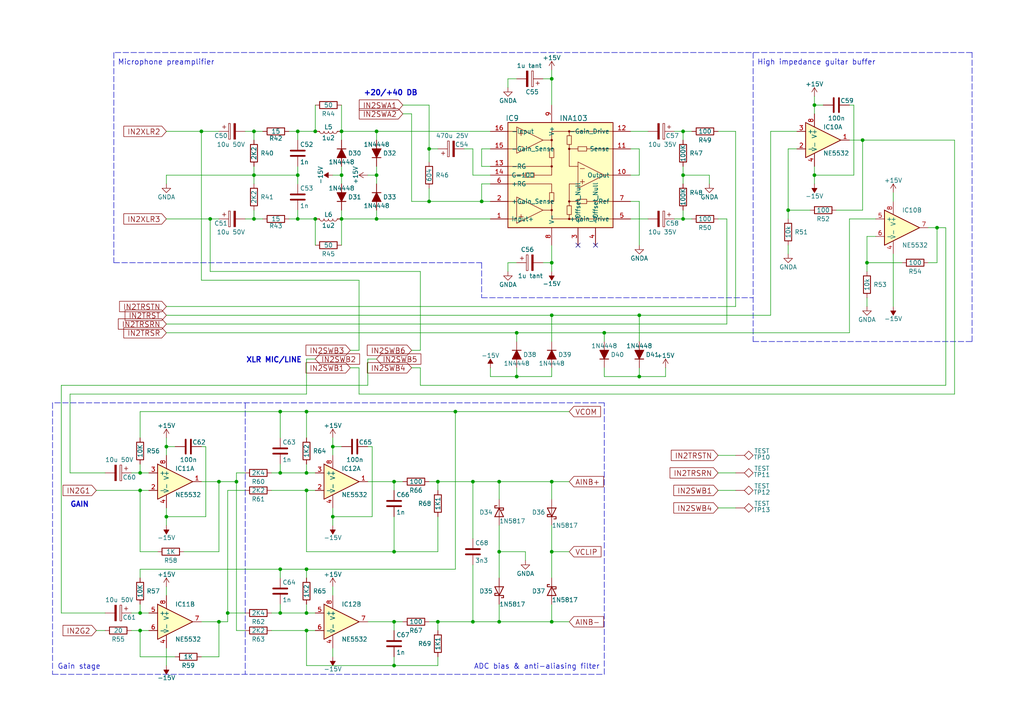
<source format=kicad_sch>
(kicad_sch (version 20211123) (generator eeschema)
  (paper "A4")
  (title_block (title "Pédale Vite v2 — Audio interface") (date "2019-10-28") (company "Laurent DE SORAS"))
  (lib_symbols
    (symbol "Device:C" (pin_numbers hide) (pin_names (offset 0.254))
      (property "Reference" "C" (at 0.635 2.54 0))
      (property "Value" "C" (at 0.635 -2.54 0))
      (symbol "C_1_1"
        (pin passive line (at 0 3.81 270) (length 2.794) (name "~") (number "1"))
        (pin passive line (at 0 -3.81 90) (length 2.794) (name "~") (number "2"))
      )
    )
    (symbol "Device:CP" (pin_numbers hide) (pin_names (offset 0.254))
      (property "Reference" "C" (at 0.635 2.54 0))
      (property "Value" "Device_CP" (at 0.635 -2.54 0))
      (symbol "CP_1_1"
        (pin passive line (at 0 3.81 270) (length 2.794) (name "~") (number "1"))
        (pin passive line (at 0 -3.81 90) (length 2.794) (name "~") (number "2"))
      )
    )
    (symbol "Device:D_ALT" (pin_numbers hide) (pin_names (offset 1.016) hide)
      (property "Reference" "D" (at 0 2.54 0))
      (property "Value" "Device_D_ALT" (at 0 -2.54 0))
      (symbol "D_ALT_1_1"
        (pin passive line (at -3.81 0 0) (length 2.54) (name "K") (number "1"))
        (pin passive line (at 3.81 0 180) (length 2.54) (name "A") (number "2"))
      )
    )
    (symbol "Device:D_Schottky" (pin_numbers hide) (pin_names (offset 1.016) hide)
      (property "Reference" "D" (at 0 2.54 0))
      (property "Value" "D_Schottky" (at 0 -2.54 0))
      (symbol "D_Schottky_1_1"
        (pin passive line (at -3.81 0 0) (length 2.54) (name "K") (number "1"))
        (pin passive line (at 3.81 0 180) (length 2.54) (name "A") (number "2"))
      )
    )
    (symbol "Device:L" (pin_numbers hide) (pin_names (offset 1.016) hide)
      (property "Reference" "L" (at -1.27 0 90))
      (property "Value" "L" (at 1.905 0 90))
      (symbol "L_1_1"
        (pin passive line (at 0 3.81 270) (length 1.27) (name "1") (number "1"))
        (pin passive line (at 0 -3.81 90) (length 1.27) (name "2") (number "2"))
      )
    )
    (symbol "Device:R" (pin_numbers hide) (pin_names (offset 0))
      (property "Reference" "R" (at 2.032 0 90))
      (property "Value" "R" (at 0 0 90))
      (symbol "R_1_1"
        (pin passive line (at 0 3.81 270) (length 1.27) (name "~") (number "1"))
        (pin passive line (at 0 -3.81 90) (length 1.27) (name "~") (number "2"))
      )
    )
    (symbol "audio-board-rescue:TEST" (pin_numbers hide) (pin_names (offset 1.016) hide)
      (property "Reference" "TP" (at 0 7.62 0))
      (property "Value" "TEST" (at 0 6.35 0))
      (symbol "TEST_1_1"
        (pin passive line (at 0 0 90) (length 2.54) (name "~") (number "1"))
      )
    )
    (symbol "linear:NE5532"
      (property "Reference" "U" (at 0 5.08 0))
      (property "Value" "linear_NE5532" (at 0 -5.08 0))
      (symbol "NE5532_0_1"
        (pin power_in line (at -2.54 -7.62 90) (length 3.81) (name "V-") (number "4"))
        (pin power_in line (at -2.54 7.62 270) (length 3.81) (name "V+") (number "8"))
      )
      (symbol "NE5532_1_1"
        (pin output line (at 7.62 0 180) (length 2.54) (name "~") (number "1"))
        (pin input line (at -7.62 -2.54 0) (length 2.54) (name "-") (number "2"))
        (pin input line (at -7.62 2.54 0) (length 2.54) (name "+") (number "3"))
      )
      (symbol "NE5532_2_1"
        (pin input line (at -7.62 2.54 0) (length 2.54) (name "+") (number "5"))
        (pin input line (at -7.62 -2.54 0) (length 2.54) (name "-") (number "6"))
        (pin output line (at 7.62 0 180) (length 2.54) (name "~") (number "7"))
      )
    )
    (symbol "pedalevite:INA103" (pin_names (offset 1.016))
      (property "Reference" "IC" (at -13.97 16.51 0))
      (property "Value" "INA103" (at 3.81 16.51 0))
      (symbol "INA103_1_1"
        (pin input line (at -20.32 -12.7 0) (length 5.08) (name "Input+") (number "1"))
        (pin output line (at 20.32 0 180) (length 5.08) (name "Output") (number "10"))
        (pin input line (at 20.32 7.62 180) (length 5.08) (name "Sense") (number "11"))
        (pin output line (at 20.32 12.7 180) (length 5.08) (name "-Gain_Drive") (number "12"))
        (pin bidirectional line (at -20.32 2.54 0) (length 5.08) (name "-RG") (number "13"))
        (pin bidirectional line (at -20.32 0 0) (length 5.08) (name "G=100") (number "14"))
        (pin input line (at -20.32 7.62 0) (length 5.08) (name "-Gain_Sense") (number "15"))
        (pin input line (at -20.32 12.7 0) (length 5.08) (name "-Input") (number "16"))
        (pin input line (at -20.32 -7.62 0) (length 5.08) (name "+Gain_Sense") (number "2"))
        (pin input line (at 5.08 -20.32 90) (length 5.08) (name "+Offset_Null") (number "3"))
        (pin input line (at 10.16 -20.32 90) (length 5.08) (name "-Offset_Null") (number "4"))
        (pin output line (at 20.32 -12.7 180) (length 5.08) (name "+Gain_Drive") (number "5"))
        (pin bidirectional line (at -20.32 -2.54 0) (length 5.08) (name "+RG") (number "6"))
        (pin input line (at 20.32 -7.62 180) (length 5.08) (name "Ref") (number "7"))
        (pin power_in line (at -2.54 -20.32 90) (length 5.08) (name "V-") (number "8"))
        (pin power_in line (at -2.54 20.32 270) (length 5.08) (name "V+") (number "9"))
      )
    )
    (symbol "power:+15V" (power) (pin_names (offset 0))
      (property "Value" "+15V" (at 0 3.556 0))
      (symbol "+15V_1_1"
        (pin power_in line (at 0 0 90) (length 0) hide (name "+15V") (number "1"))
      )
    )
    (symbol "power:-15V" (power) (pin_names (offset 0))
      (property "Value" "-15V" (at 0 3.81 0))
      (symbol "-15V_0_0"
        (pin power_in line (at 0 0 90) (length 0) hide (name "-15V") (number "1"))
      )
    )
    (symbol "power:GNDA" (power) (pin_names (offset 0))
      (property "Value" "GNDA" (at 0 -3.81 0))
      (symbol "GNDA_1_1"
        (pin power_in line (at 0 0 270) (length 0) hide (name "GNDA") (number "1"))
      )
    )
  )
  (junction (at 81.28 137.16))
  (junction (at 88.9 177.8))
  (junction (at 124.46 43.18))
  (junction (at 66.04 177.8))
  (junction (at 88.9 142.24))
  (junction (at 63.5 139.7))
  (junction (at 114.3 180.34))
  (junction (at 96.52 149.86))
  (junction (at 73.66 63.5))
  (junction (at 114.3 193.04))
  (junction (at 236.22 50.8))
  (junction (at 236.22 30.48))
  (junction (at 139.7 58.42))
  (junction (at 127 180.34))
  (junction (at 81.28 119.38))
  (junction (at 99.06 63.5))
  (junction (at 88.9 137.16))
  (junction (at 160.02 160.02))
  (junction (at 96.52 129.54))
  (junction (at 88.9 119.38))
  (junction (at 198.12 38.1))
  (junction (at 137.16 180.34))
  (junction (at 91.44 38.1))
  (junction (at 250.19 40.64))
  (junction (at 81.28 165.1))
  (junction (at 109.22 63.5))
  (junction (at 160.02 22.86))
  (junction (at 198.12 63.5))
  (junction (at 99.06 50.8))
  (junction (at 91.44 63.5))
  (junction (at 228.6 60.96))
  (junction (at 86.36 50.8))
  (junction (at 48.26 129.54))
  (junction (at 124.46 58.42))
  (junction (at 144.78 180.34))
  (junction (at 99.06 38.1))
  (junction (at 88.9 182.88))
  (junction (at 144.78 160.02))
  (junction (at 160.02 91.44))
  (junction (at 73.66 38.1))
  (junction (at 86.36 38.1))
  (junction (at 185.42 91.44))
  (junction (at 175.26 96.52))
  (junction (at 40.64 177.8))
  (junction (at 86.36 63.5))
  (junction (at 144.78 139.7))
  (junction (at 132.08 119.38))
  (junction (at 68.58 139.7))
  (junction (at 40.64 142.24))
  (junction (at 185.42 109.22))
  (junction (at 81.28 177.8))
  (junction (at 198.12 50.8))
  (junction (at 109.22 38.1))
  (junction (at 160.02 139.7))
  (junction (at 60.96 63.5))
  (junction (at 114.3 139.7))
  (junction (at 58.42 38.1))
  (junction (at 149.86 96.52))
  (junction (at 114.3 160.02))
  (junction (at 127 139.7))
  (junction (at 88.9 165.1))
  (junction (at 137.16 139.7))
  (junction (at 48.26 149.86))
  (junction (at 160.02 180.34))
  (junction (at 63.5 180.34))
  (junction (at 160.02 76.2))
  (junction (at 40.64 137.16))
  (junction (at 73.66 50.8))
  (junction (at 109.22 50.8))
  (junction (at 271.78 66.04))
  (junction (at 149.86 109.22))
  (junction (at 251.46 76.2))
  (junction (at 40.64 182.88))
  (no_connect (at 167.64 71.12))
  (no_connect (at 172.72 71.12))
  (polyline (pts (xy 218.44 15.24) (xy 218.44 99.06)))
  (wire (pts (xy 205.74 50.8) (xy 205.74 53.34)))
  (wire (pts (xy 68.58 182.88) (xy 71.12 182.88)))
  (wire (pts (xy 58.42 81.28) (xy 104.14 81.28)))
  (wire (pts (xy 99.06 63.5) (xy 99.06 71.12)))
  (wire (pts (xy 104.14 106.68) (xy 104.14 114.3)))
  (wire (pts (xy 63.5 180.34) (xy 63.5 190.5)))
  (wire (pts (xy 81.28 119.38) (xy 88.9 119.38)))
  (wire (pts (xy 27.94 182.88) (xy 30.48 182.88)))
  (wire (pts (xy 124.46 43.18) (xy 124.46 46.99)))
  (wire (pts (xy 48.26 129.54) (xy 48.26 132.08)))
  (wire (pts (xy 58.42 139.7) (xy 63.5 139.7)))
  (wire (pts (xy 198.12 63.5) (xy 200.66 63.5)))
  (wire (pts (xy 58.42 38.1) (xy 63.5 38.1)))
  (wire (pts (xy 160.02 76.2) (xy 160.02 78.74)))
  (wire (pts (xy 66.04 177.8) (xy 66.04 180.34)))
  (wire (pts (xy 99.06 129.54) (xy 96.52 129.54)))
  (wire (pts (xy 50.8 190.5) (xy 40.64 190.5)))
  (polyline (pts (xy 175.26 116.84) (xy 15.24 116.84)))
  (wire (pts (xy 144.78 160.02) (xy 152.4 160.02)))
  (wire (pts (xy 96.52 170.18) (xy 96.52 172.72)))
  (wire (pts (xy 96.52 187.96) (xy 96.52 190.5)))
  (polyline (pts (xy 71.12 116.84) (xy 71.12 195.58)))
  (wire (pts (xy 104.14 114.3) (xy 276.86 114.3)))
  (wire (pts (xy 101.6 106.68) (xy 104.14 106.68)))
  (wire (pts (xy 185.42 43.18) (xy 185.42 50.8)))
  (wire (pts (xy 160.02 175.26) (xy 160.02 180.34)))
  (wire (pts (xy 121.92 101.6) (xy 119.38 101.6)))
  (wire (pts (xy 40.64 137.16) (xy 43.18 137.16)))
  (wire (pts (xy 81.28 177.8) (xy 88.9 177.8)))
  (wire (pts (xy 81.28 175.26) (xy 81.28 177.8)))
  (wire (pts (xy 99.06 50.8) (xy 96.52 50.8)))
  (wire (pts (xy 86.36 38.1) (xy 86.36 40.64)))
  (wire (pts (xy 40.64 142.24) (xy 40.64 160.02)))
  (wire (pts (xy 78.74 177.8) (xy 81.28 177.8)))
  (wire (pts (xy 114.3 182.88) (xy 114.3 180.34)))
  (wire (pts (xy 142.24 109.22) (xy 149.86 109.22)))
  (wire (pts (xy 144.78 152.4) (xy 144.78 160.02)))
  (wire (pts (xy 160.02 139.7) (xy 165.1 139.7)))
  (wire (pts (xy 73.66 40.64) (xy 73.66 38.1)))
  (wire (pts (xy 88.9 177.8) (xy 91.44 177.8)))
  (polyline (pts (xy 15.24 116.84) (xy 15.24 195.58)))
  (wire (pts (xy 247.65 30.48) (xy 247.65 50.8)))
  (wire (pts (xy 251.46 88.9) (xy 251.46 86.36)))
  (wire (pts (xy 96.52 149.86) (xy 96.52 152.4)))
  (wire (pts (xy 160.02 144.78) (xy 160.02 139.7)))
  (wire (pts (xy 144.78 139.7) (xy 160.02 139.7)))
  (wire (pts (xy 27.94 142.24) (xy 40.64 142.24)))
  (wire (pts (xy 193.04 109.22) (xy 193.04 106.68)))
  (wire (pts (xy 107.95 129.54) (xy 107.95 149.86)))
  (wire (pts (xy 48.26 38.1) (xy 58.42 38.1)))
  (wire (pts (xy 40.64 175.26) (xy 40.64 177.8)))
  (wire (pts (xy 185.42 106.68) (xy 185.42 109.22)))
  (wire (pts (xy 73.66 63.5) (xy 76.2 63.5)))
  (wire (pts (xy 78.74 137.16) (xy 81.28 137.16)))
  (wire (pts (xy 20.32 114.3) (xy 20.32 137.16)))
  (wire (pts (xy 48.26 53.34) (xy 48.26 50.8)))
  (wire (pts (xy 208.28 132.08) (xy 213.36 132.08)))
  (wire (pts (xy 250.19 40.64) (xy 276.86 40.64)))
  (wire (pts (xy 88.9 104.14) (xy 88.9 114.3)))
  (wire (pts (xy 88.9 165.1) (xy 132.08 165.1)))
  (wire (pts (xy 106.68 129.54) (xy 107.95 129.54)))
  (wire (pts (xy 160.02 20.32) (xy 160.02 22.86)))
  (wire (pts (xy 66.04 142.24) (xy 66.04 177.8)))
  (wire (pts (xy 71.12 38.1) (xy 73.66 38.1)))
  (wire (pts (xy 124.46 43.18) (xy 127 43.18)))
  (wire (pts (xy 73.66 60.96) (xy 73.66 63.5)))
  (polyline (pts (xy 139.7 76.2) (xy 139.7 86.36)))
  (wire (pts (xy 139.7 48.26) (xy 142.24 48.26)))
  (wire (pts (xy 208.28 63.5) (xy 210.82 63.5)))
  (wire (pts (xy 48.26 170.18) (xy 48.26 172.72)))
  (wire (pts (xy 269.24 66.04) (xy 271.78 66.04)))
  (wire (pts (xy 276.86 40.64) (xy 276.86 114.3)))
  (wire (pts (xy 40.64 119.38) (xy 81.28 119.38)))
  (wire (pts (xy 185.42 99.06) (xy 185.42 91.44)))
  (wire (pts (xy 88.9 177.8) (xy 88.9 175.26)))
  (wire (pts (xy 99.06 50.8) (xy 99.06 53.34)))
  (wire (pts (xy 223.52 91.44) (xy 223.52 38.1)))
  (wire (pts (xy 228.6 43.18) (xy 228.6 60.96)))
  (wire (pts (xy 142.24 53.34) (xy 139.7 53.34)))
  (wire (pts (xy 114.3 139.7) (xy 116.84 139.7)))
  (wire (pts (xy 91.44 63.5) (xy 91.44 71.12)))
  (wire (pts (xy 132.08 165.1) (xy 132.08 119.38)))
  (wire (pts (xy 86.36 38.1) (xy 91.44 38.1)))
  (wire (pts (xy 236.22 50.8) (xy 236.22 53.34)))
  (wire (pts (xy 73.66 50.8) (xy 86.36 50.8)))
  (wire (pts (xy 96.52 127) (xy 96.52 129.54)))
  (wire (pts (xy 109.22 48.26) (xy 109.22 50.8)))
  (wire (pts (xy 38.1 177.8) (xy 40.64 177.8)))
  (wire (pts (xy 68.58 139.7) (xy 68.58 182.88)))
  (wire (pts (xy 144.78 160.02) (xy 144.78 167.64)))
  (polyline (pts (xy 175.26 195.58) (xy 175.26 116.84)))
  (wire (pts (xy 81.28 165.1) (xy 88.9 165.1)))
  (wire (pts (xy 88.9 114.3) (xy 20.32 114.3)))
  (wire (pts (xy 238.76 30.48) (xy 236.22 30.48)))
  (wire (pts (xy 48.26 63.5) (xy 60.96 63.5)))
  (wire (pts (xy 127 160.02) (xy 127 149.86)))
  (wire (pts (xy 114.3 193.04) (xy 127 193.04)))
  (wire (pts (xy 109.22 40.64) (xy 109.22 38.1)))
  (wire (pts (xy 88.9 182.88) (xy 91.44 182.88)))
  (wire (pts (xy 99.06 48.26) (xy 99.06 50.8)))
  (wire (pts (xy 198.12 50.8) (xy 205.74 50.8)))
  (wire (pts (xy 78.74 182.88) (xy 88.9 182.88)))
  (wire (pts (xy 59.69 129.54) (xy 59.69 149.86)))
  (wire (pts (xy 175.26 96.52) (xy 246.38 96.52)))
  (wire (pts (xy 109.22 104.14) (xy 106.68 104.14)))
  (wire (pts (xy 160.02 76.2) (xy 157.48 76.2)))
  (wire (pts (xy 66.04 180.34) (xy 63.5 180.34)))
  (wire (pts (xy 210.82 63.5) (xy 210.82 93.98)))
  (wire (pts (xy 114.3 193.04) (xy 114.3 190.5)))
  (wire (pts (xy 147.32 76.2) (xy 147.32 78.74)))
  (wire (pts (xy 40.64 177.8) (xy 43.18 177.8)))
  (wire (pts (xy 88.9 119.38) (xy 132.08 119.38)))
  (wire (pts (xy 139.7 53.34) (xy 139.7 58.42)))
  (wire (pts (xy 88.9 182.88) (xy 88.9 193.04)))
  (wire (pts (xy 88.9 142.24) (xy 88.9 160.02)))
  (wire (pts (xy 274.32 66.04) (xy 274.32 111.76)))
  (wire (pts (xy 160.02 180.34) (xy 165.1 180.34)))
  (wire (pts (xy 182.88 38.1) (xy 187.96 38.1)))
  (wire (pts (xy 213.36 147.32) (xy 208.28 147.32)))
  (wire (pts (xy 71.12 142.24) (xy 66.04 142.24)))
  (wire (pts (xy 58.42 129.54) (xy 59.69 129.54)))
  (wire (pts (xy 48.26 147.32) (xy 48.26 149.86)))
  (wire (pts (xy 59.69 149.86) (xy 48.26 149.86)))
  (wire (pts (xy 83.82 38.1) (xy 86.36 38.1)))
  (wire (pts (xy 63.5 139.7) (xy 63.5 160.02)))
  (wire (pts (xy 231.14 43.18) (xy 228.6 43.18)))
  (wire (pts (xy 60.96 78.74) (xy 121.92 78.74)))
  (wire (pts (xy 104.14 101.6) (xy 101.6 101.6)))
  (wire (pts (xy 149.86 109.22) (xy 149.86 106.68)))
  (wire (pts (xy 127 193.04) (xy 127 190.5)))
  (wire (pts (xy 195.58 63.5) (xy 198.12 63.5)))
  (wire (pts (xy 124.46 58.42) (xy 124.46 54.61)))
  (wire (pts (xy 38.1 137.16) (xy 40.64 137.16)))
  (wire (pts (xy 116.84 33.02) (xy 119.38 33.02)))
  (wire (pts (xy 50.8 129.54) (xy 48.26 129.54)))
  (wire (pts (xy 83.82 63.5) (xy 86.36 63.5)))
  (wire (pts (xy 48.26 91.44) (xy 160.02 91.44)))
  (wire (pts (xy 81.28 134.62) (xy 81.28 137.16)))
  (wire (pts (xy 119.38 58.42) (xy 124.46 58.42)))
  (wire (pts (xy 48.26 96.52) (xy 149.86 96.52)))
  (wire (pts (xy 78.74 142.24) (xy 88.9 142.24)))
  (wire (pts (xy 114.3 160.02) (xy 114.3 149.86)))
  (wire (pts (xy 269.24 76.2) (xy 271.78 76.2)))
  (wire (pts (xy 88.9 127) (xy 88.9 119.38)))
  (wire (pts (xy 152.4 160.02) (xy 152.4 162.56)))
  (wire (pts (xy 144.78 175.26) (xy 144.78 180.34)))
  (wire (pts (xy 144.78 144.78) (xy 144.78 139.7)))
  (wire (pts (xy 86.36 50.8) (xy 86.36 53.34)))
  (wire (pts (xy 114.3 160.02) (xy 127 160.02)))
  (wire (pts (xy 96.52 147.32) (xy 96.52 149.86)))
  (wire (pts (xy 48.26 149.86) (xy 48.26 152.4)))
  (wire (pts (xy 198.12 38.1) (xy 200.66 38.1)))
  (wire (pts (xy 208.28 142.24) (xy 213.36 142.24)))
  (wire (pts (xy 144.78 180.34) (xy 160.02 180.34)))
  (wire (pts (xy 160.02 109.22) (xy 160.02 106.68)))
  (wire (pts (xy 81.28 137.16) (xy 88.9 137.16)))
  (wire (pts (xy 198.12 63.5) (xy 198.12 60.96)))
  (wire (pts (xy 236.22 48.26) (xy 236.22 50.8)))
  (wire (pts (xy 106.68 180.34) (xy 114.3 180.34)))
  (wire (pts (xy 119.38 106.68) (xy 121.92 106.68)))
  (wire (pts (xy 73.66 50.8) (xy 73.66 53.34)))
  (wire (pts (xy 63.5 190.5) (xy 58.42 190.5)))
  (wire (pts (xy 160.02 160.02) (xy 160.02 167.64)))
  (wire (pts (xy 88.9 193.04) (xy 114.3 193.04)))
  (wire (pts (xy 40.64 134.62) (xy 40.64 137.16)))
  (wire (pts (xy 175.26 109.22) (xy 185.42 109.22)))
  (polyline (pts (xy 281.94 15.24) (xy 33.02 15.24)))
  (wire (pts (xy 259.08 55.88) (xy 259.08 58.42)))
  (wire (pts (xy 182.88 58.42) (xy 185.42 58.42)))
  (wire (pts (xy 210.82 93.98) (xy 48.26 93.98)))
  (polyline (pts (xy 281.94 99.06) (xy 281.94 15.24)))
  (wire (pts (xy 198.12 40.64) (xy 198.12 38.1)))
  (wire (pts (xy 38.1 182.88) (xy 40.64 182.88)))
  (polyline (pts (xy 33.02 76.2) (xy 139.7 76.2)))
  (wire (pts (xy 107.95 149.86) (xy 96.52 149.86)))
  (wire (pts (xy 40.64 165.1) (xy 40.64 167.64)))
  (wire (pts (xy 73.66 48.26) (xy 73.66 50.8)))
  (wire (pts (xy 106.68 111.76) (xy 17.78 111.76)))
  (wire (pts (xy 99.06 38.1) (xy 99.06 40.64)))
  (wire (pts (xy 88.9 167.64) (xy 88.9 165.1)))
  (wire (pts (xy 40.64 182.88) (xy 43.18 182.88)))
  (wire (pts (xy 236.22 27.94) (xy 236.22 30.48)))
  (wire (pts (xy 213.36 137.16) (xy 208.28 137.16)))
  (wire (pts (xy 124.46 58.42) (xy 139.7 58.42)))
  (wire (pts (xy 259.08 73.66) (xy 259.08 88.9)))
  (wire (pts (xy 104.14 81.28) (xy 104.14 101.6)))
  (wire (pts (xy 251.46 76.2) (xy 251.46 78.74)))
  (wire (pts (xy 127 139.7) (xy 137.16 139.7)))
  (wire (pts (xy 137.16 139.7) (xy 137.16 156.21)))
  (wire (pts (xy 48.26 50.8) (xy 73.66 50.8)))
  (wire (pts (xy 114.3 180.34) (xy 116.84 180.34)))
  (wire (pts (xy 99.06 38.1) (xy 109.22 38.1)))
  (wire (pts (xy 91.44 104.14) (xy 88.9 104.14)))
  (wire (pts (xy 68.58 137.16) (xy 68.58 139.7)))
  (wire (pts (xy 40.64 142.24) (xy 43.18 142.24)))
  (wire (pts (xy 236.22 30.48) (xy 236.22 33.02)))
  (wire (pts (xy 142.24 50.8) (xy 137.16 50.8)))
  (wire (pts (xy 160.02 91.44) (xy 185.42 91.44)))
  (wire (pts (xy 251.46 76.2) (xy 261.62 76.2)))
  (wire (pts (xy 157.48 22.86) (xy 160.02 22.86)))
  (wire (pts (xy 121.92 111.76) (xy 274.32 111.76)))
  (wire (pts (xy 246.38 30.48) (xy 247.65 30.48)))
  (polyline (pts (xy 15.24 195.58) (xy 175.26 195.58)))
  (wire (pts (xy 250.19 60.96) (xy 250.19 40.64)))
  (wire (pts (xy 139.7 58.42) (xy 142.24 58.42)))
  (wire (pts (xy 99.06 63.5) (xy 109.22 63.5)))
  (wire (pts (xy 68.58 137.16) (xy 71.12 137.16)))
  (wire (pts (xy 246.38 96.52) (xy 246.38 63.5)))
  (wire (pts (xy 119.38 33.02) (xy 119.38 58.42)))
  (wire (pts (xy 228.6 60.96) (xy 228.6 63.5)))
  (wire (pts (xy 160.02 160.02) (xy 165.1 160.02)))
  (wire (pts (xy 254 68.58) (xy 251.46 68.58)))
  (wire (pts (xy 20.32 137.16) (xy 30.48 137.16)))
  (wire (pts (xy 242.57 60.96) (xy 250.19 60.96)))
  (wire (pts (xy 63.5 180.34) (xy 58.42 180.34)))
  (wire (pts (xy 185.42 91.44) (xy 223.52 91.44)))
  (wire (pts (xy 48.26 127) (xy 48.26 129.54)))
  (wire (pts (xy 185.42 50.8) (xy 182.88 50.8)))
  (wire (pts (xy 124.46 30.48) (xy 124.46 43.18)))
  (wire (pts (xy 213.36 88.9) (xy 48.26 88.9)))
  (wire (pts (xy 132.08 119.38) (xy 165.1 119.38)))
  (wire (pts (xy 60.96 63.5) (xy 63.5 63.5)))
  (wire (pts (xy 109.22 38.1) (xy 142.24 38.1)))
  (wire (pts (xy 149.86 76.2) (xy 147.32 76.2)))
  (wire (pts (xy 223.52 38.1) (xy 231.14 38.1)))
  (wire (pts (xy 48.26 187.96) (xy 48.26 193.04)))
  (wire (pts (xy 251.46 68.58) (xy 251.46 76.2)))
  (wire (pts (xy 88.9 137.16) (xy 91.44 137.16)))
  (wire (pts (xy 137.16 43.18) (xy 134.62 43.18)))
  (wire (pts (xy 63.5 139.7) (xy 68.58 139.7)))
  (wire (pts (xy 91.44 38.1) (xy 91.44 30.48)))
  (wire (pts (xy 127 180.34) (xy 127 182.88)))
  (wire (pts (xy 17.78 177.8) (xy 30.48 177.8)))
  (wire (pts (xy 109.22 60.96) (xy 109.22 63.5)))
  (wire (pts (xy 124.46 180.34) (xy 127 180.34)))
  (wire (pts (xy 142.24 43.18) (xy 139.7 43.18)))
  (wire (pts (xy 198.12 48.26) (xy 198.12 50.8)))
  (wire (pts (xy 175.26 99.06) (xy 175.26 96.52)))
  (wire (pts (xy 40.64 165.1) (xy 81.28 165.1)))
  (wire (pts (xy 63.5 160.02) (xy 53.34 160.02)))
  (wire (pts (xy 121.92 106.68) (xy 121.92 111.76)))
  (wire (pts (xy 114.3 142.24) (xy 114.3 139.7)))
  (wire (pts (xy 40.64 160.02) (xy 45.72 160.02)))
  (wire (pts (xy 99.06 60.96) (xy 99.06 63.5)))
  (wire (pts (xy 127 180.34) (xy 137.16 180.34)))
  (wire (pts (xy 160.02 22.86) (xy 160.02 30.48)))
  (wire (pts (xy 71.12 63.5) (xy 73.66 63.5)))
  (wire (pts (xy 127 139.7) (xy 127 142.24)))
  (polyline (pts (xy 218.44 99.06) (xy 281.94 99.06)))
  (wire (pts (xy 139.7 43.18) (xy 139.7 48.26)))
  (wire (pts (xy 86.36 63.5) (xy 91.44 63.5)))
  (wire (pts (xy 17.78 111.76) (xy 17.78 177.8)))
  (wire (pts (xy 81.28 167.64) (xy 81.28 165.1)))
  (wire (pts (xy 96.52 129.54) (xy 96.52 132.08)))
  (wire (pts (xy 147.32 22.86) (xy 147.32 25.4)))
  (wire (pts (xy 182.88 63.5) (xy 187.96 63.5)))
  (wire (pts (xy 246.38 40.64) (xy 250.19 40.64)))
  (wire (pts (xy 124.46 139.7) (xy 127 139.7)))
  (wire (pts (xy 228.6 60.96) (xy 234.95 60.96)))
  (wire (pts (xy 185.42 109.22) (xy 193.04 109.22)))
  (wire (pts (xy 88.9 160.02) (xy 114.3 160.02)))
  (wire (pts (xy 137.16 50.8) (xy 137.16 43.18)))
  (wire (pts (xy 175.26 106.68) (xy 175.26 109.22)))
  (wire (pts (xy 121.92 78.74) (xy 121.92 101.6)))
  (wire (pts (xy 88.9 137.16) (xy 88.9 134.62)))
  (wire (pts (xy 109.22 50.8) (xy 109.22 53.34)))
  (wire (pts (xy 182.88 43.18) (xy 185.42 43.18)))
  (wire (pts (xy 213.36 38.1) (xy 213.36 88.9)))
  (wire (pts (xy 149.86 109.22) (xy 160.02 109.22)))
  (wire (pts (xy 137.16 180.34) (xy 144.78 180.34)))
  (wire (pts (xy 247.65 50.8) (xy 236.22 50.8)))
  (wire (pts (xy 195.58 38.1) (xy 198.12 38.1)))
  (wire (pts (xy 149.86 96.52) (xy 175.26 96.52)))
  (wire (pts (xy 228.6 73.66) (xy 228.6 71.12)))
  (wire (pts (xy 86.36 48.26) (xy 86.36 50.8)))
  (wire (pts (xy 66.04 177.8) (xy 71.12 177.8)))
  (wire (pts (xy 149.86 99.06) (xy 149.86 96.52)))
  (wire (pts (xy 106.68 104.14) (xy 106.68 111.76)))
  (wire (pts (xy 106.68 139.7) (xy 114.3 139.7)))
  (wire (pts (xy 58.42 38.1) (xy 58.42 81.28)))
  (wire (pts (xy 73.66 38.1) (xy 76.2 38.1)))
  (wire (pts (xy 109.22 50.8) (xy 106.68 50.8)))
  (wire (pts (xy 86.36 63.5) (xy 86.36 60.96)))
  (wire (pts (xy 137.16 180.34) (xy 137.16 163.83)))
  (wire (pts (xy 109.22 63.5) (xy 142.24 63.5)))
  (wire (pts (xy 99.06 30.48) (xy 99.06 38.1)))
  (wire (pts (xy 185.42 58.42) (xy 185.42 71.12)))
  (wire (pts (xy 60.96 78.74) (xy 60.96 63.5)))
  (wire (pts (xy 198.12 50.8) (xy 198.12 53.34)))
  (wire (pts (xy 271.78 66.04) (xy 274.32 66.04)))
  (wire (pts (xy 81.28 127) (xy 81.28 119.38)))
  (wire (pts (xy 160.02 99.06) (xy 160.02 91.44)))
  (wire (pts (xy 160.02 152.4) (xy 160.02 160.02)))
  (polyline (pts (xy 139.7 86.36) (xy 218.44 86.36)))
  (wire (pts (xy 116.84 30.48) (xy 124.46 30.48)))
  (wire (pts (xy 40.64 190.5) (xy 40.64 182.88)))
  (wire (pts (xy 88.9 142.24) (xy 91.44 142.24)))
  (wire (pts (xy 142.24 106.68) (xy 142.24 109.22)))
  (wire (pts (xy 40.64 119.38) (xy 40.64 127)))
  (polyline (pts (xy 33.02 15.24) (xy 33.02 76.2)))
  (wire (pts (xy 271.78 76.2) (xy 271.78 66.04)))
  (wire (pts (xy 149.86 22.86) (xy 147.32 22.86)))
  (wire (pts (xy 137.16 139.7) (xy 144.78 139.7)))
  (wire (pts (xy 246.38 63.5) (xy 254 63.5)))
  (wire (pts (xy 160.02 71.12) (xy 160.02 76.2)))
  (wire (pts (xy 208.28 38.1) (xy 213.36 38.1)))
  (text "ADC bias & anti-aliasing filter" (at 173.99 194.31 180) (effects (font (size 1.524 1.524)) (justify right bottom)))
  (text "Gain stage" (at 29.21 194.31 180) (effects (font (size 1.524 1.524)) (justify right bottom)))
  (text "High impedance guitar buffer" (at 254 19.05 180) (effects (font (size 1.524 1.524)) (justify right bottom)))
  (text "Microphone preamplifier" (at 62.23 19.05 180) (effects (font (size 1.524 1.524)) (justify right bottom)))
  (text "XLR MIC/LINE" (at 87.63 105.41 180) (effects (font (size 1.524 1.524) (thickness 0.3048) bold) (justify right bottom)))
  (text "GAIN" (at 20.32 147.32 0) (effects (font (size 1.524 1.524) (thickness 0.3048) bold) (justify left bottom)))
  (text "+20/+40 DB" (at 105.41 27.94 0) (effects (font (size 1.524 1.524) (thickness 0.3048) bold) (justify left bottom)))
  (global_label "IN2SWB3" (shape input) (at 101.6 101.6 180) (effects (font (size 1.524 1.524))) (property "Intersheet References" "${INTERSHEET_REFS}" (effects hide)))
  (global_label "IN2SWB6" (shape input) (at 119.38 101.6 180) (effects (font (size 1.524 1.524))) (property "Intersheet References" "${INTERSHEET_REFS}" (effects hide)))
  (global_label "IN2TRSTN" (shape input) (at 208.28 132.08 180) (effects (font (size 1.524 1.524))) (property "Intersheet References" "${INTERSHEET_REFS}" (effects hide)))
  (global_label "IN2SWB1" (shape input) (at 101.6 106.68 180) (effects (font (size 1.524 1.524))) (property "Intersheet References" "${INTERSHEET_REFS}" (effects hide)))
  (global_label "IN2XLR2" (shape input) (at 48.26 38.1 180) (effects (font (size 1.524 1.524))) (property "Intersheet References" "${INTERSHEET_REFS}" (effects hide)))
  (global_label "IN2XLR3" (shape input) (at 48.26 63.5 180) (effects (font (size 1.524 1.524))) (property "Intersheet References" "${INTERSHEET_REFS}" (effects hide)))
  (global_label "IN2G1" (shape input) (at 27.94 142.24 180) (effects (font (size 1.524 1.524))) (property "Intersheet References" "${INTERSHEET_REFS}" (effects hide)))
  (global_label "IN2TRSR" (shape input) (at 48.26 96.52 180) (effects (font (size 1.524 1.524))) (property "Intersheet References" "${INTERSHEET_REFS}" (effects hide)))
  (global_label "IN2SWB5" (shape input) (at 109.22 104.14 0) (effects (font (size 1.524 1.524))) (property "Intersheet References" "${INTERSHEET_REFS}" (effects hide)))
  (global_label "AINB+" (shape input) (at 165.1 139.7 0) (effects (font (size 1.524 1.524))) (property "Intersheet References" "${INTERSHEET_REFS}" (effects hide)))
  (global_label "IN2SWA1" (shape input) (at 116.84 30.48 180) (effects (font (size 1.524 1.524))) (property "Intersheet References" "${INTERSHEET_REFS}" (effects hide)))
  (global_label "IN2SWB2" (shape input) (at 91.44 104.14 0) (effects (font (size 1.524 1.524))) (property "Intersheet References" "${INTERSHEET_REFS}" (effects hide)))
  (global_label "VCLIP" (shape input) (at 165.1 160.02 0) (effects (font (size 1.524 1.524))) (property "Intersheet References" "${INTERSHEET_REFS}" (effects hide)))
  (global_label "IN2SWA2" (shape input) (at 116.84 33.02 180) (effects (font (size 1.524 1.524))) (property "Intersheet References" "${INTERSHEET_REFS}" (effects hide)))
  (global_label "AINB-" (shape input) (at 165.1 180.34 0) (effects (font (size 1.524 1.524))) (property "Intersheet References" "${INTERSHEET_REFS}" (effects hide)))
  (global_label "IN2G2" (shape input) (at 27.94 182.88 180) (effects (font (size 1.524 1.524))) (property "Intersheet References" "${INTERSHEET_REFS}" (effects hide)))
  (global_label "VCOM" (shape input) (at 165.1 119.38 0) (effects (font (size 1.524 1.524))) (property "Intersheet References" "${INTERSHEET_REFS}" (effects hide)))
  (global_label "IN2SWB4" (shape input) (at 208.28 147.32 180) (effects (font (size 1.524 1.524))) (property "Intersheet References" "${INTERSHEET_REFS}" (effects hide)))
  (global_label "IN2SWB4" (shape input) (at 119.38 106.68 180) (effects (font (size 1.524 1.524))) (property "Intersheet References" "${INTERSHEET_REFS}" (effects hide)))
  (global_label "IN2TRSRN" (shape input) (at 48.26 93.98 180) (effects (font (size 1.524 1.524))) (property "Intersheet References" "${INTERSHEET_REFS}" (effects hide)))
  (global_label "IN2SWB1" (shape input) (at 208.28 142.24 180) (effects (font (size 1.524 1.524))) (property "Intersheet References" "${INTERSHEET_REFS}" (effects hide)))
  (global_label "IN2TRST" (shape input) (at 48.26 91.44 180) (effects (font (size 1.524 1.524))) (property "Intersheet References" "${INTERSHEET_REFS}" (effects hide)))
  (global_label "IN2TRSTN" (shape input) (at 48.26 88.9 180) (effects (font (size 1.524 1.524))) (property "Intersheet References" "${INTERSHEET_REFS}" (effects hide)))
  (global_label "IN2TRSRN" (shape input) (at 208.28 137.16 180) (effects (font (size 1.524 1.524))) (property "Intersheet References" "${INTERSHEET_REFS}" (effects hide)))
  (symbol (lib_id "Device:CP") (at 67.31 38.1 90) (mirror x) (unit 1)
    (property "Reference" "C50" (at 66.04 39.37 90) (effects (justify left)))
    (property "Value" "10u 50V" (at 71.12 41.91 90) (effects (justify left)))
    (property "Footprint" "Capacitors_THT:CP_Radial_D8.0mm_P3.50mm" (effects hide))
  )
  (symbol (lib_id "Device:R") (at 73.66 44.45 0) (unit 1)
    (property "Reference" "R40" (at 77.47 44.45 0))
    (property "Value" "2K2" (at 73.66 44.45 90))
    (property "Footprint" "Resistors_THT:R_Axial_DIN0207_L6.3mm_D2.5mm_P7.62mm_Horizontal" (effects hide))
  )
  (symbol (lib_id "Device:R") (at 73.66 57.15 0) (unit 1)
    (property "Reference" "R41" (at 77.47 57.15 0))
    (property "Value" "2K2" (at 73.66 57.15 90))
    (property "Footprint" "Resistors_THT:R_Axial_DIN0207_L6.3mm_D2.5mm_P7.62mm_Horizontal" (effects hide))
  )
  (symbol (lib_id "Device:CP") (at 67.31 63.5 90) (mirror x) (unit 1)
    (property "Reference" "C51" (at 66.04 64.77 90) (effects (justify left)))
    (property "Value" "10u 50V" (at 71.12 67.31 90) (effects (justify left)))
    (property "Footprint" "Capacitors_THT:CP_Radial_D8.0mm_P3.50mm" (effects hide))
  )
  (symbol (lib_id "Device:R") (at 80.01 38.1 270) (unit 1)
    (property "Reference" "R42" (at 80.01 40.132 90))
    (property "Value" "15" (at 80.01 38.1 90))
    (property "Footprint" "Resistors_THT:R_Axial_DIN0207_L6.3mm_D2.5mm_P7.62mm_Horizontal" (effects hide))
  )
  (symbol (lib_id "Device:R") (at 80.01 63.5 270) (unit 1)
    (property "Reference" "R43" (at 80.01 65.532 90))
    (property "Value" "15" (at 80.01 63.5 90))
    (property "Footprint" "Resistors_THT:R_Axial_DIN0207_L6.3mm_D2.5mm_P7.62mm_Horizontal" (effects hide))
  )
  (symbol (lib_id "Device:R") (at 95.25 30.48 270) (unit 1)
    (property "Reference" "R44" (at 95.25 33.02 90))
    (property "Value" "50" (at 95.25 30.48 90))
    (property "Footprint" "Resistors_THT:R_Axial_DIN0207_L6.3mm_D2.5mm_P7.62mm_Horizontal" (effects hide))
  )
  (symbol (lib_id "Device:L") (at 95.25 38.1 270) (unit 1)
    (property "Reference" "L5" (at 95.25 36.83 90))
    (property "Value" "1u2" (at 95.25 40.005 90))
    (property "Footprint" "Resistors_THT:R_Axial_DIN0309_L9.0mm_D3.2mm_P5.08mm_Vertical" (effects hide))
  )
  (symbol (lib_id "Device:R") (at 95.25 71.12 270) (unit 1)
    (property "Reference" "R45" (at 95.25 73.66 90))
    (property "Value" "50" (at 95.25 71.12 90))
    (property "Footprint" "Resistors_THT:R_Axial_DIN0207_L6.3mm_D2.5mm_P7.62mm_Horizontal" (effects hide))
  )
  (symbol (lib_id "Device:L") (at 95.25 63.5 270) (unit 1)
    (property "Reference" "L6" (at 95.25 62.23 90))
    (property "Value" "1u2" (at 95.25 65.405 90))
    (property "Footprint" "Resistors_THT:R_Axial_DIN0309_L9.0mm_D3.2mm_P5.08mm_Vertical" (effects hide))
  )
  (symbol (lib_id "pedalevite:INA103") (at 162.56 50.8 0) (unit 1)
    (property "Reference" "IC9" (at 148.59 34.29 0) (effects (font (size 1.524 1.524))))
    (property "Value" "INA103" (at 166.37 34.29 0) (effects (font (size 1.524 1.524))))
    (property "Footprint" "Housings_DIP:DIP-16_W7.62mm_Socket" (effects hide))
  )
  (symbol (lib_id "Device:R") (at 124.46 50.8 0) (unit 1)
    (property "Reference" "R46" (at 128.27 50.8 0))
    (property "Value" "604" (at 124.46 50.8 90))
    (property "Footprint" "Resistors_THT:R_Axial_DIN0207_L6.3mm_D2.5mm_P7.62mm_Horizontal" (effects hide))
  )
  (symbol (lib_id "Device:CP") (at 130.81 43.18 90) (unit 1)
    (property "Reference" "C54" (at 135.89 41.91 90) (effects (justify left)))
    (property "Value" "470u 25V" (at 135.89 39.37 90) (effects (justify left)))
    (property "Footprint" "Capacitors_THT:CP_Radial_D10.0mm_P5.00mm" (effects hide))
  )
  (symbol (lib_id "Device:CP") (at 191.77 38.1 270) (unit 1)
    (property "Reference" "C57" (at 193.04 39.37 90) (effects (justify left)))
    (property "Value" "10u 35V" (at 187.96 41.91 90) (effects (justify left)))
    (property "Footprint" "Capacitors_THT:CP_Radial_D5.0mm_P2.00mm" (effects hide))
  )
  (symbol (lib_id "Device:CP") (at 191.77 63.5 270) (unit 1)
    (property "Reference" "C58" (at 193.04 64.77 90) (effects (justify left)))
    (property "Value" "10u 35V" (at 187.96 67.31 90) (effects (justify left)))
    (property "Footprint" "Capacitors_THT:CP_Radial_D5.0mm_P2.00mm" (effects hide))
  )
  (symbol (lib_id "power:GNDA") (at 185.42 71.12 0) (unit 1)
    (property "Reference" "#PWR032" (effects hide))
    (property "Value" "GNDA" (at 185.42 74.93 0))
  )
  (symbol (lib_id "Device:R") (at 204.47 38.1 270) (unit 1)
    (property "Reference" "R49" (at 204.47 40.64 90))
    (property "Value" "100" (at 204.47 38.1 90))
    (property "Footprint" "Resistors_THT:R_Axial_DIN0207_L6.3mm_D2.5mm_P7.62mm_Horizontal" (effects hide))
  )
  (symbol (lib_id "Device:R") (at 204.47 63.5 270) (unit 1)
    (property "Reference" "R50" (at 204.47 66.04 90))
    (property "Value" "100" (at 204.47 63.5 90))
    (property "Footprint" "Resistors_THT:R_Axial_DIN0207_L6.3mm_D2.5mm_P7.62mm_Horizontal" (effects hide))
  )
  (symbol (lib_id "Device:R") (at 198.12 44.45 0) (unit 1)
    (property "Reference" "R47" (at 201.93 44.45 0))
    (property "Value" "100K" (at 198.12 44.45 90))
    (property "Footprint" "Resistors_THT:R_Axial_DIN0207_L6.3mm_D2.5mm_P7.62mm_Horizontal" (effects hide))
  )
  (symbol (lib_id "Device:R") (at 198.12 57.15 0) (unit 1)
    (property "Reference" "R48" (at 201.93 55.88 0))
    (property "Value" "100K" (at 198.12 57.15 90))
    (property "Footprint" "Resistors_THT:R_Axial_DIN0207_L6.3mm_D2.5mm_P7.62mm_Horizontal" (effects hide))
  )
  (symbol (lib_id "power:GNDA") (at 205.74 53.34 0) (unit 1)
    (property "Reference" "#PWR033" (effects hide))
    (property "Value" "GNDA" (at 205.74 57.15 0))
  )
  (symbol (lib_id "power:+15V") (at 160.02 20.32 0) (unit 1)
    (property "Reference" "#PWR034" (effects hide))
    (property "Value" "+15V" (at 160.02 16.764 0))
  )
  (symbol (lib_id "power:GNDA") (at 147.32 25.4 0) (unit 1)
    (property "Reference" "#PWR035" (effects hide))
    (property "Value" "GNDA" (at 147.32 29.21 0))
  )
  (symbol (lib_id "Device:CP") (at 153.67 22.86 270) (mirror x) (unit 1)
    (property "Reference" "C55" (at 152.4 26.67 90) (effects (justify left)))
    (property "Value" "1u tant" (at 149.86 19.05 90) (effects (justify left)))
    (property "Footprint" "Capacitors_THT:CP_Radial_D5.0mm_P2.50mm" (effects hide))
  )
  (symbol (lib_id "power:-15V") (at 160.02 78.74 0) (mirror x) (unit 1)
    (property "Reference" "#PWR044" (effects hide))
    (property "Value" "-15V" (at 160.02 82.296 0))
  )
  (symbol (lib_id "power:GNDA") (at 147.32 78.74 0) (mirror y) (unit 1)
    (property "Reference" "#PWR036" (effects hide))
    (property "Value" "GNDA" (at 147.32 82.55 0))
  )
  (symbol (lib_id "Device:CP") (at 153.67 76.2 90) (mirror x) (unit 1)
    (property "Reference" "C56" (at 154.94 72.39 90) (effects (justify left)))
    (property "Value" "1u tant" (at 157.48 80.01 90) (effects (justify left)))
    (property "Footprint" "Capacitors_THT:CP_Radial_D5.0mm_P2.50mm" (effects hide))
  )
  (symbol (lib_id "Device:R") (at 238.76 60.96 270) (unit 1)
    (property "Reference" "R52" (at 238.76 63.5 90))
    (property "Value" "100" (at 238.76 60.96 90))
    (property "Footprint" "Resistors_THT:R_Axial_DIN0207_L6.3mm_D2.5mm_P7.62mm_Horizontal" (effects hide))
  )
  (symbol (lib_id "linear:NE5532") (at 238.76 40.64 0) (unit 1)
    (property "Reference" "IC10" (at 238.76 36.83 0) (effects (justify left)))
    (property "Value" "NE5532" (at 238.76 44.45 0) (effects (justify left)))
    (property "Footprint" "Housings_DIP:DIP-8_W7.62mm_Socket" (effects hide))
  )
  (symbol (lib_id "power:+15V") (at 236.22 27.94 0) (unit 1)
    (property "Reference" "#PWR037" (effects hide))
    (property "Value" "+15V" (at 236.22 24.384 0))
  )
  (symbol (lib_id "power:-15V") (at 236.22 53.34 180) (unit 1)
    (property "Reference" "#PWR040" (effects hide))
    (property "Value" "-15V" (at 236.22 56.896 0))
  )
  (symbol (lib_id "Device:C") (at 242.57 30.48 90) (unit 1)
    (property "Reference" "C59" (at 247.65 29.21 90) (effects (justify left)))
    (property "Value" "100n" (at 245.11 34.29 90) (effects (justify left)))
    (property "Footprint" "Capacitors_THT:C_Disc_D3.4mm_W2.1mm_P2.50mm" (effects hide))
  )
  (symbol (lib_id "Device:R") (at 228.6 67.31 180) (unit 1)
    (property "Reference" "R51" (at 232.41 67.31 0))
    (property "Value" "10k" (at 228.6 67.31 90))
    (property "Footprint" "Resistors_THT:R_Axial_DIN0207_L6.3mm_D2.5mm_P7.62mm_Horizontal" (effects hide))
  )
  (symbol (lib_id "power:GNDA") (at 228.6 73.66 0) (unit 1)
    (property "Reference" "#PWR038" (effects hide))
    (property "Value" "GNDA" (at 228.6 77.47 0))
  )
  (symbol (lib_id "Device:R") (at 265.43 76.2 270) (unit 1)
    (property "Reference" "R54" (at 265.43 78.74 90))
    (property "Value" "100" (at 265.43 76.2 90))
    (property "Footprint" "Resistors_THT:R_Axial_DIN0207_L6.3mm_D2.5mm_P7.62mm_Horizontal" (effects hide))
  )
  (symbol (lib_id "Device:R") (at 251.46 82.55 180) (unit 1)
    (property "Reference" "R53" (at 255.27 82.55 0))
    (property "Value" "10k" (at 251.46 82.55 90))
    (property "Footprint" "Resistors_THT:R_Axial_DIN0207_L6.3mm_D2.5mm_P7.62mm_Horizontal" (effects hide))
  )
  (symbol (lib_id "power:GNDA") (at 251.46 88.9 0) (unit 1)
    (property "Reference" "#PWR039" (effects hide))
    (property "Value" "GNDA" (at 251.46 92.71 0))
  )
  (symbol (lib_id "linear:NE5532") (at 261.62 66.04 0) (unit 2)
    (property "Reference" "IC10" (at 261.62 60.96 0) (effects (justify left)))
    (property "Value" "NE5532" (at 261.62 71.12 0) (effects (justify left)))
    (property "Footprint" "Housings_DIP:DIP-8_W7.62mm_Socket" (effects hide))
  )
  (symbol (lib_id "linear:NE5532") (at 50.8 139.7 0) (unit 1)
    (property "Reference" "IC11" (at 50.8 135.89 0) (effects (justify left)))
    (property "Value" "NE5532" (at 50.8 143.51 0) (effects (justify left)))
    (property "Footprint" "Housings_DIP:DIP-8_W7.62mm_Socket" (effects hide))
  )
  (symbol (lib_id "power:+15V") (at 48.26 127 0) (unit 1)
    (property "Reference" "#PWR0119" (effects hide))
    (property "Value" "+15V" (at 48.26 123.444 0))
  )
  (symbol (lib_id "power:-15V") (at 48.26 152.4 180) (unit 1)
    (property "Reference" "#PWR050" (effects hide))
    (property "Value" "-15V" (at 48.26 155.956 0))
  )
  (symbol (lib_id "Device:C") (at 54.61 129.54 90) (unit 1)
    (property "Reference" "C62" (at 59.69 128.27 90) (effects (justify left)))
    (property "Value" "100n" (at 57.15 133.35 90) (effects (justify left)))
    (property "Footprint" "Capacitors_THT:C_Disc_D3.4mm_W2.1mm_P2.50mm" (effects hide))
  )
  (symbol (lib_id "linear:NE5532") (at 50.8 180.34 0) (unit 2)
    (property "Reference" "IC11" (at 50.8 175.26 0) (effects (justify left)))
    (property "Value" "NE5532" (at 50.8 185.42 0) (effects (justify left)))
    (property "Footprint" "Housings_DIP:DIP-8_W7.62mm_Socket" (effects hide))
  )
  (symbol (lib_id "linear:NE5532") (at 99.06 139.7 0) (unit 1)
    (property "Reference" "IC12" (at 99.06 135.89 0) (effects (justify left)))
    (property "Value" "NE5532" (at 99.06 143.51 0) (effects (justify left)))
    (property "Footprint" "Housings_DIP:DIP-8_W7.62mm_Socket" (effects hide))
  )
  (symbol (lib_id "power:+15V") (at 96.52 127 0) (unit 1)
    (property "Reference" "#PWR041" (effects hide))
    (property "Value" "+15V" (at 96.52 123.444 0))
  )
  (symbol (lib_id "power:-15V") (at 96.52 152.4 180) (unit 1)
    (property "Reference" "#PWR051" (effects hide))
    (property "Value" "-15V" (at 96.52 155.956 0))
  )
  (symbol (lib_id "Device:C") (at 102.87 129.54 90) (unit 1)
    (property "Reference" "C65" (at 107.95 128.27 90) (effects (justify left)))
    (property "Value" "100n" (at 105.41 133.35 90) (effects (justify left)))
    (property "Footprint" "Capacitors_THT:C_Disc_D3.4mm_W2.1mm_P2.50mm" (effects hide))
  )
  (symbol (lib_id "linear:NE5532") (at 99.06 180.34 0) (unit 2)
    (property "Reference" "IC12" (at 99.06 175.26 0) (effects (justify left)))
    (property "Value" "NE5532" (at 99.06 185.42 0) (effects (justify left)))
    (property "Footprint" "Housings_DIP:DIP-8_W7.62mm_Socket" (effects hide))
  )
  (symbol (lib_id "Device:CP") (at 34.29 137.16 270) (unit 1)
    (property "Reference" "C60" (at 35.56 138.43 90) (effects (justify left)))
    (property "Value" "10u 50V" (at 30.48 133.35 90) (effects (justify left)))
    (property "Footprint" "Capacitors_THT:CP_Radial_D8.0mm_P3.50mm" (effects hide))
  )
  (symbol (lib_id "Device:R") (at 40.64 130.81 0) (unit 1)
    (property "Reference" "R56" (at 44.45 130.81 0))
    (property "Value" "10K" (at 40.64 130.81 90))
    (property "Footprint" "Resistors_THT:R_Axial_DIN0207_L6.3mm_D2.5mm_P7.62mm_Horizontal" (effects hide))
  )
  (symbol (lib_id "Device:R") (at 49.53 160.02 270) (unit 1)
    (property "Reference" "R58" (at 49.53 162.56 90))
    (property "Value" "1K" (at 49.53 160.02 90))
    (property "Footprint" "Resistors_THT:R_Axial_DIN0207_L6.3mm_D2.5mm_P7.62mm_Horizontal" (effects hide))
  )
  (symbol (lib_id "Device:R") (at 54.61 190.5 270) (unit 1)
    (property "Reference" "R59" (at 54.61 193.04 90))
    (property "Value" "1K" (at 54.61 190.5 90))
    (property "Footprint" "Resistors_THT:R_Axial_DIN0207_L6.3mm_D2.5mm_P7.62mm_Horizontal" (effects hide))
  )
  (symbol (lib_id "Device:R") (at 40.64 171.45 0) (unit 1)
    (property "Reference" "R57" (at 44.45 171.45 0))
    (property "Value" "10K" (at 40.64 171.45 90))
    (property "Footprint" "Resistors_THT:R_Axial_DIN0207_L6.3mm_D2.5mm_P7.62mm_Horizontal" (effects hide))
  )
  (symbol (lib_id "Device:R") (at 74.93 137.16 270) (unit 1)
    (property "Reference" "R60" (at 74.93 139.7 90))
    (property "Value" "2K4" (at 74.93 137.16 90))
    (property "Footprint" "Resistors_THT:R_Axial_DIN0207_L6.3mm_D2.5mm_P7.62mm_Horizontal" (effects hide))
  )
  (symbol (lib_id "Device:R") (at 74.93 142.24 270) (unit 1)
    (property "Reference" "R61" (at 74.93 144.78 90))
    (property "Value" "2K2" (at 74.93 142.24 90))
    (property "Footprint" "Resistors_THT:R_Axial_DIN0207_L6.3mm_D2.5mm_P7.62mm_Horizontal" (effects hide))
  )
  (symbol (lib_id "Device:R") (at 74.93 177.8 270) (unit 1)
    (property "Reference" "R62" (at 74.93 180.34 90))
    (property "Value" "2K4" (at 74.93 177.8 90))
    (property "Footprint" "Resistors_THT:R_Axial_DIN0207_L6.3mm_D2.5mm_P7.62mm_Horizontal" (effects hide))
  )
  (symbol (lib_id "Device:R") (at 74.93 182.88 270) (unit 1)
    (property "Reference" "R63" (at 74.93 185.42 90))
    (property "Value" "2K2" (at 74.93 182.88 90))
    (property "Footprint" "Resistors_THT:R_Axial_DIN0207_L6.3mm_D2.5mm_P7.62mm_Horizontal" (effects hide))
  )
  (symbol (lib_id "Device:R") (at 34.29 182.88 270) (unit 1)
    (property "Reference" "R55" (at 34.29 185.42 90))
    (property "Value" "20" (at 34.29 182.88 90))
    (property "Footprint" "Resistors_THT:R_Axial_DIN0207_L6.3mm_D2.5mm_P7.62mm_Horizontal" (effects hide))
  )
  (symbol (lib_id "Device:R") (at 88.9 130.81 0) (unit 1)
    (property "Reference" "R64" (at 92.71 130.81 0))
    (property "Value" "1K2" (at 88.9 130.81 90))
    (property "Footprint" "Resistors_THT:R_Axial_DIN0207_L6.3mm_D2.5mm_P7.62mm_Horizontal" (effects hide))
  )
  (symbol (lib_id "Device:R") (at 88.9 171.45 0) (unit 1)
    (property "Reference" "R65" (at 92.71 171.45 0))
    (property "Value" "1K2" (at 88.9 171.45 90))
    (property "Footprint" "Resistors_THT:R_Axial_DIN0207_L6.3mm_D2.5mm_P7.62mm_Horizontal" (effects hide))
  )
  (symbol (lib_id "Device:C") (at 86.36 44.45 0) (unit 1)
    (property "Reference" "C52" (at 86.995 41.91 0) (effects (justify left)))
    (property "Value" "1n" (at 86.995 46.99 0) (effects (justify left)))
    (property "Footprint" "Capacitors_THT:C_Rect_L7.2mm_W4.5mm_P5.00mm_FKS2_FKP2_MKS2_MKP2" (effects hide))
  )
  (symbol (lib_id "Device:C") (at 86.36 57.15 0) (unit 1)
    (property "Reference" "C53" (at 86.995 54.61 0) (effects (justify left)))
    (property "Value" "1n" (at 86.995 59.69 0) (effects (justify left)))
    (property "Footprint" "Capacitors_THT:C_Rect_L7.2mm_W4.5mm_P5.00mm_FKS2_FKP2_MKS2_MKP2" (effects hide))
  )
  (symbol (lib_id "Device:C") (at 81.28 130.81 0) (unit 1)
    (property "Reference" "C63" (at 81.915 128.27 0) (effects (justify left)))
    (property "Value" "1n" (at 81.915 133.35 0) (effects (justify left)))
    (property "Footprint" "Capacitors_THT:C_Disc_D6.0mm_W2.5mm_P5.00mm" (effects hide))
  )
  (symbol (lib_id "Device:C") (at 81.28 171.45 0) (unit 1)
    (property "Reference" "C64" (at 81.915 168.91 0) (effects (justify left)))
    (property "Value" "1n" (at 81.915 173.99 0) (effects (justify left)))
    (property "Footprint" "Capacitors_THT:C_Disc_D6.0mm_W2.5mm_P5.00mm" (effects hide))
  )
  (symbol (lib_id "Device:C") (at 114.3 186.69 0) (unit 1)
    (property "Reference" "C67" (at 114.935 184.15 0) (effects (justify left)))
    (property "Value" "1n" (at 114.935 189.23 0) (effects (justify left)))
    (property "Footprint" "Capacitors_THT:C_Disc_D6.0mm_W2.5mm_P5.00mm" (effects hide))
  )
  (symbol (lib_id "Device:R") (at 127 186.69 0) (unit 1)
    (property "Reference" "R69" (at 123.19 186.69 0))
    (property "Value" "1K1" (at 127 186.69 90))
    (property "Footprint" "Resistors_THT:R_Axial_DIN0207_L6.3mm_D2.5mm_P7.62mm_Horizontal" (effects hide))
  )
  (symbol (lib_id "Device:R") (at 120.65 180.34 270) (unit 1)
    (property "Reference" "R67" (at 120.65 182.88 90))
    (property "Value" "100" (at 120.65 180.34 90))
    (property "Footprint" "Resistors_THT:R_Axial_DIN0207_L6.3mm_D2.5mm_P7.62mm_Horizontal" (effects hide))
  )
  (symbol (lib_id "Device:C") (at 114.3 146.05 0) (unit 1)
    (property "Reference" "C66" (at 114.935 143.51 0) (effects (justify left)))
    (property "Value" "1n" (at 114.935 148.59 0) (effects (justify left)))
    (property "Footprint" "Capacitors_THT:C_Disc_D6.0mm_W2.5mm_P5.00mm" (effects hide))
  )
  (symbol (lib_id "Device:R") (at 127 146.05 0) (unit 1)
    (property "Reference" "R68" (at 123.19 146.05 0))
    (property "Value" "1K1" (at 127 146.05 90))
    (property "Footprint" "Resistors_THT:R_Axial_DIN0207_L6.3mm_D2.5mm_P7.62mm_Horizontal" (effects hide))
  )
  (symbol (lib_id "Device:R") (at 120.65 139.7 270) (unit 1)
    (property "Reference" "R66" (at 120.65 142.24 90))
    (property "Value" "100" (at 120.65 139.7 90))
    (property "Footprint" "Resistors_THT:R_Axial_DIN0207_L6.3mm_D2.5mm_P7.62mm_Horizontal" (effects hide))
  )
  (symbol (lib_id "Device:C") (at 137.16 160.02 0) (unit 1)
    (property "Reference" "C68" (at 137.795 157.48 0) (effects (justify left)))
    (property "Value" "3n3" (at 137.795 162.56 0) (effects (justify left)))
    (property "Footprint" "Capacitors_THT:C_Disc_D6.0mm_W2.5mm_P5.00mm" (effects hide))
  )
  (symbol (lib_id "power:+15V") (at 106.68 50.8 90) (unit 1)
    (property "Reference" "#PWR042" (effects hide))
    (property "Value" "+15V" (at 103.124 50.8 0))
  )
  (symbol (lib_id "power:-15V") (at 96.52 50.8 90) (mirror x) (unit 1)
    (property "Reference" "#PWR0120" (effects hide))
    (property "Value" "-15V" (at 92.964 50.8 0))
  )
  (symbol (lib_id "Device:D_Schottky") (at 144.78 148.59 90) (mirror x) (unit 1)
    (property "Reference" "D34" (at 140.97 148.59 90))
    (property "Value" "1N5817" (at 148.59 151.13 90))
    (property "Footprint" "Diodes_THT:D_DO-35_SOD27_P7.62mm_Horizontal" (effects hide))
  )
  (symbol (lib_id "Device:D_Schottky") (at 144.78 171.45 270) (mirror x) (unit 1)
    (property "Reference" "D35" (at 140.97 171.45 90))
    (property "Value" "1N5817" (at 148.59 175.26 90))
    (property "Footprint" "Diodes_THT:D_DO-35_SOD27_P7.62mm_Horizontal" (effects hide))
  )
  (symbol (lib_id "Device:D_Schottky") (at 160.02 171.45 90) (mirror x) (unit 1)
    (property "Reference" "D37" (at 156.21 171.45 90))
    (property "Value" "1N5817" (at 163.83 173.99 90))
    (property "Footprint" "Diodes_THT:D_DO-35_SOD27_P7.62mm_Horizontal" (effects hide))
  )
  (symbol (lib_id "Device:D_Schottky") (at 160.02 148.59 270) (mirror x) (unit 1)
    (property "Reference" "D36" (at 156.21 148.59 90))
    (property "Value" "1N5817" (at 163.83 152.4 90))
    (property "Footprint" "Diodes_THT:D_DO-35_SOD27_P7.62mm_Horizontal" (effects hide))
  )
  (symbol (lib_id "power:GNDA") (at 152.4 162.56 0) (unit 1)
    (property "Reference" "#PWR043" (effects hide))
    (property "Value" "GNDA" (at 152.4 166.37 0))
  )
  (symbol (lib_id "Device:CP") (at 34.29 177.8 270) (unit 1)
    (property "Reference" "C61" (at 35.56 179.07 90) (effects (justify left)))
    (property "Value" "10u 50V" (at 30.48 173.99 90) (effects (justify left)))
    (property "Footprint" "Capacitors_THT:CP_Radial_D8.0mm_P3.50mm" (effects hide))
  )
  (symbol (lib_id "Device:D_ALT") (at 99.06 44.45 270) (unit 1)
    (property "Reference" "D30" (at 102.87 44.45 90))
    (property "Value" "1N4448" (at 99.06 46.99 90))
    (property "Footprint" "Diodes_THT:D_DO-35_SOD27_P7.62mm_Horizontal" (effects hide))
  )
  (symbol (lib_id "Device:D_ALT") (at 109.22 44.45 270) (mirror x) (unit 1)
    (property "Reference" "D32" (at 113.03 44.45 90))
    (property "Value" "1N4448" (at 109.22 41.91 90))
    (property "Footprint" "Diodes_THT:D_DO-35_SOD27_P7.62mm_Horizontal" (effects hide))
  )
  (symbol (lib_id "Device:D_ALT") (at 99.06 57.15 270) (mirror x) (unit 1)
    (property "Reference" "D31" (at 102.87 57.15 90))
    (property "Value" "1N4448" (at 99.06 54.61 90))
    (property "Footprint" "Diodes_THT:D_DO-35_SOD27_P7.62mm_Horizontal" (effects hide))
  )
  (symbol (lib_id "Device:D_ALT") (at 109.22 57.15 270) (unit 1)
    (property "Reference" "D33" (at 113.03 57.15 90))
    (property "Value" "1N4448" (at 109.22 59.69 90))
    (property "Footprint" "Diodes_THT:D_DO-35_SOD27_P7.62mm_Horizontal" (effects hide))
  )
  (symbol (lib_id "Device:D_ALT") (at 149.86 102.87 270) (unit 1)
    (property "Reference" "D38" (at 153.67 102.87 90))
    (property "Value" "1N4448" (at 149.86 105.41 90))
    (property "Footprint" "Diodes_THT:D_DO-35_SOD27_P7.62mm_Horizontal" (effects hide))
  )
  (symbol (lib_id "Device:D_ALT") (at 160.02 102.87 270) (unit 1)
    (property "Reference" "D39" (at 163.83 102.87 90))
    (property "Value" "1N4448" (at 160.02 105.41 90))
    (property "Footprint" "Diodes_THT:D_DO-35_SOD27_P7.62mm_Horizontal" (effects hide))
  )
  (symbol (lib_id "Device:D_ALT") (at 175.26 102.87 270) (mirror x) (unit 1)
    (property "Reference" "D40" (at 179.07 102.87 90))
    (property "Value" "1N4448" (at 175.26 100.33 90))
    (property "Footprint" "Diodes_THT:D_DO-35_SOD27_P7.62mm_Horizontal" (effects hide))
  )
  (symbol (lib_id "Device:D_ALT") (at 185.42 102.87 270) (mirror x) (unit 1)
    (property "Reference" "D41" (at 189.23 102.87 90))
    (property "Value" "1N4448" (at 185.42 100.33 90))
    (property "Footprint" "Diodes_THT:D_DO-35_SOD27_P7.62mm_Horizontal" (effects hide))
  )
  (symbol (lib_id "power:-15V") (at 142.24 106.68 0) (mirror y) (unit 1)
    (property "Reference" "#PWR046" (effects hide))
    (property "Value" "-15V" (at 142.24 103.124 0))
  )
  (symbol (lib_id "power:+15V") (at 193.04 106.68 0) (unit 1)
    (property "Reference" "#PWR0121" (effects hide))
    (property "Value" "+15V" (at 193.04 103.124 0))
  )
  (symbol (lib_id "power:GNDA") (at 48.26 53.34 0) (mirror y) (unit 1)
    (property "Reference" "#PWR045" (effects hide))
    (property "Value" "GNDA" (at 48.26 57.15 0))
  )
  (symbol (lib_id "audio-board-rescue:TEST") (at 213.36 132.08 270) (unit 1)
    (property "Reference" "TP10" (at 220.98 133.35 90) (effects (justify bottom)))
    (property "Value" "TEST" (at 220.98 130.81 90))
    (property "Footprint" "Measurement_Points:Measurement_Point_Round-TH_Small" (effects hide))
  )
  (symbol (lib_id "audio-board-rescue:TEST") (at 213.36 137.16 270) (unit 1)
    (property "Reference" "TP11" (at 220.98 138.43 90) (effects (justify bottom)))
    (property "Value" "TEST" (at 220.98 135.89 90))
    (property "Footprint" "Measurement_Points:Measurement_Point_Round-TH_Small" (effects hide))
  )
  (symbol (lib_id "audio-board-rescue:TEST") (at 213.36 142.24 270) (unit 1)
    (property "Reference" "TP12" (at 220.98 143.51 90) (effects (justify bottom)))
    (property "Value" "TEST" (at 220.98 140.97 90))
    (property "Footprint" "Measurement_Points:Measurement_Point_Round-TH_Small" (effects hide))
  )
  (symbol (lib_id "audio-board-rescue:TEST") (at 213.36 147.32 270) (unit 1)
    (property "Reference" "TP13" (at 220.98 148.59 90) (effects (justify bottom)))
    (property "Value" "TEST" (at 220.98 146.05 90))
    (property "Footprint" "Measurement_Points:Measurement_Point_Round-TH_Small" (effects hide))
  )
  (symbol (lib_id "power:-15V") (at 48.26 193.04 180) (unit 1)
    (property "Reference" "#PWR0107" (effects hide))
    (property "Value" "-15V" (at 48.26 196.596 0))
  )
  (symbol (lib_id "power:-15V") (at 96.52 190.5 180) (unit 1)
    (property "Reference" "#PWR0108" (effects hide))
    (property "Value" "-15V" (at 96.52 194.056 0))
  )
  (symbol (lib_id "power:+15V") (at 48.26 170.18 0) (unit 1)
    (property "Reference" "#PWR0109" (effects hide))
    (property "Value" "+15V" (at 48.26 166.624 0))
  )
  (symbol (lib_id "power:+15V") (at 96.52 170.18 0) (unit 1)
    (property "Reference" "#PWR0110" (effects hide))
    (property "Value" "+15V" (at 96.52 166.624 0))
  )
  (symbol (lib_id "power:+15V") (at 259.08 55.88 0) (unit 1)
    (property "Reference" "#PWR0111" (effects hide))
    (property "Value" "+15V" (at 259.08 52.324 0))
  )
  (symbol (lib_id "power:-15V") (at 259.08 88.9 180) (unit 1)
    (property "Reference" "#PWR0112" (effects hide))
    (property "Value" "-15V" (at 259.08 92.456 0))
  )
)
</source>
